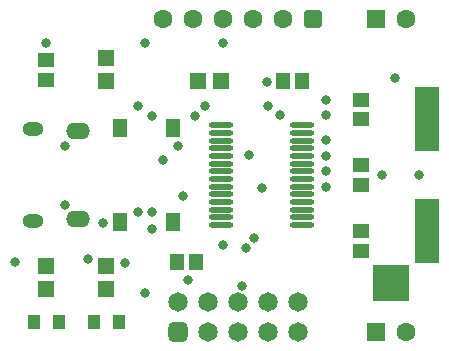
<source format=gbr>
%TF.GenerationSoftware,Altium Limited,Altium Designer,22.2.1 (43)*%
G04 Layer_Color=8388736*
%FSLAX43Y43*%
%MOMM*%
%TF.SameCoordinates,22783662-0E91-4B75-9AE6-36AB56575A38*%
%TF.FilePolarity,Negative*%
%TF.FileFunction,Soldermask,Top*%
%TF.Part,Single*%
G01*
G75*
%TA.AperFunction,SMDPad,CuDef*%
%ADD10R,3.100X3.100*%
%ADD11R,1.450X1.300*%
%ADD12R,2.000X5.500*%
%ADD13R,1.300X1.500*%
%ADD14O,2.100X0.450*%
%ADD15R,1.450X1.350*%
%ADD16R,1.100X1.200*%
%ADD17R,1.300X1.450*%
%ADD18R,1.350X1.450*%
%TA.AperFunction,ComponentPad*%
%ADD21O,1.800X1.150*%
%ADD22C,0.800*%
%ADD23O,2.000X1.400*%
%ADD24C,1.650*%
G04:AMPARAMS|DCode=25|XSize=1.65mm|YSize=1.65mm|CornerRadius=0.413mm|HoleSize=0mm|Usage=FLASHONLY|Rotation=0.000|XOffset=0mm|YOffset=0mm|HoleType=Round|Shape=RoundedRectangle|*
%AMROUNDEDRECTD25*
21,1,1.650,0.825,0,0,0.0*
21,1,0.825,1.650,0,0,0.0*
1,1,0.825,0.413,-0.413*
1,1,0.825,-0.413,-0.413*
1,1,0.825,-0.413,0.413*
1,1,0.825,0.413,0.413*
%
%ADD25ROUNDEDRECTD25*%
%ADD26R,1.600X1.600*%
%ADD27C,1.600*%
G04:AMPARAMS|DCode=28|XSize=1.6mm|YSize=1.6mm|CornerRadius=0.4mm|HoleSize=0mm|Usage=FLASHONLY|Rotation=180.000|XOffset=0mm|YOffset=0mm|HoleType=Round|Shape=RoundedRectangle|*
%AMROUNDEDRECTD28*
21,1,1.600,0.800,0,0,180.0*
21,1,0.800,1.600,0,0,180.0*
1,1,0.800,-0.400,0.400*
1,1,0.800,0.400,0.400*
1,1,0.800,0.400,-0.400*
1,1,0.800,-0.400,-0.400*
%
%ADD28ROUNDEDRECTD28*%
%TA.AperFunction,ViaPad*%
%ADD29C,0.750*%
%ADD30C,0.800*%
D10*
X33020Y5842D02*
D03*
D11*
X30480Y10250D02*
D03*
Y8600D02*
D03*
Y19750D02*
D03*
Y21400D02*
D03*
X3810Y23090D02*
D03*
Y24740D02*
D03*
X30480Y15825D02*
D03*
Y14175D02*
D03*
D12*
X36000Y10250D02*
D03*
Y19750D02*
D03*
D13*
X14496Y19000D02*
D03*
Y11050D02*
D03*
X10000Y19000D02*
D03*
Y11050D02*
D03*
D14*
X18550Y19225D02*
D03*
Y18575D02*
D03*
Y17925D02*
D03*
Y17275D02*
D03*
Y16625D02*
D03*
Y15975D02*
D03*
Y15325D02*
D03*
Y14675D02*
D03*
Y14025D02*
D03*
Y13375D02*
D03*
Y12725D02*
D03*
Y12075D02*
D03*
Y11425D02*
D03*
Y10775D02*
D03*
X25450Y19225D02*
D03*
Y18575D02*
D03*
Y17925D02*
D03*
Y17275D02*
D03*
Y16625D02*
D03*
Y15975D02*
D03*
Y15325D02*
D03*
Y14675D02*
D03*
Y14025D02*
D03*
Y13375D02*
D03*
Y12725D02*
D03*
Y12075D02*
D03*
Y11425D02*
D03*
Y10775D02*
D03*
D15*
X8890Y7325D02*
D03*
Y5375D02*
D03*
X3810Y7325D02*
D03*
Y5375D02*
D03*
X8890Y24890D02*
D03*
Y22940D02*
D03*
D16*
X4860Y2540D02*
D03*
X2760D02*
D03*
X9940D02*
D03*
X7840D02*
D03*
D17*
X23800Y22940D02*
D03*
X25450D02*
D03*
X16510Y7620D02*
D03*
X14860D02*
D03*
D18*
X18550Y22940D02*
D03*
X16600D02*
D03*
D21*
X2700Y18875D02*
D03*
Y11125D02*
D03*
D22*
X5400Y17500D02*
D03*
Y12500D02*
D03*
D23*
X6500Y18725D02*
D03*
Y11275D02*
D03*
D24*
X17460Y4290D02*
D03*
Y1750D02*
D03*
X14920Y4290D02*
D03*
X20000Y1750D02*
D03*
Y4290D02*
D03*
X22540Y1750D02*
D03*
X25080D02*
D03*
X22540Y4290D02*
D03*
X25080D02*
D03*
D25*
X14920Y1750D02*
D03*
D26*
X31750D02*
D03*
Y28250D02*
D03*
D27*
X34290Y1750D02*
D03*
Y28250D02*
D03*
X18730D02*
D03*
X23810D02*
D03*
X21270D02*
D03*
X16190D02*
D03*
X13650D02*
D03*
D28*
X26350D02*
D03*
D29*
X34020Y4842D02*
D03*
X33020D02*
D03*
X32020D02*
D03*
X34020Y5842D02*
D03*
Y6842D02*
D03*
X33020Y5842D02*
D03*
Y6842D02*
D03*
X32020Y5842D02*
D03*
Y6842D02*
D03*
D30*
X33358Y23244D02*
D03*
X27489Y14020D02*
D03*
X15798Y6153D02*
D03*
X35384Y14991D02*
D03*
X32221Y14991D02*
D03*
X12765Y10467D02*
D03*
X7332Y7942D02*
D03*
X10442Y7535D02*
D03*
X12765Y11852D02*
D03*
X11579D02*
D03*
X22499Y22930D02*
D03*
X3810Y26162D02*
D03*
X1182Y7620D02*
D03*
X13690Y16252D02*
D03*
X14920Y17500D02*
D03*
X12765Y20000D02*
D03*
X12192Y4989D02*
D03*
X15385Y13263D02*
D03*
X20956Y16736D02*
D03*
X27489Y17965D02*
D03*
X20325Y5626D02*
D03*
X21421Y9654D02*
D03*
X11579Y20824D02*
D03*
X8636Y10962D02*
D03*
X16425Y20000D02*
D03*
X17224Y20824D02*
D03*
X20688Y8859D02*
D03*
X18742Y9081D02*
D03*
X22096Y13962D02*
D03*
X27489Y20066D02*
D03*
Y21336D02*
D03*
X23575Y20066D02*
D03*
X22540Y20828D02*
D03*
X12192Y26162D02*
D03*
X18730D02*
D03*
X27489Y15335D02*
D03*
Y16650D02*
D03*
%TF.MD5,c01502ffeaaa008ef8c73116073c5528*%
M02*

</source>
